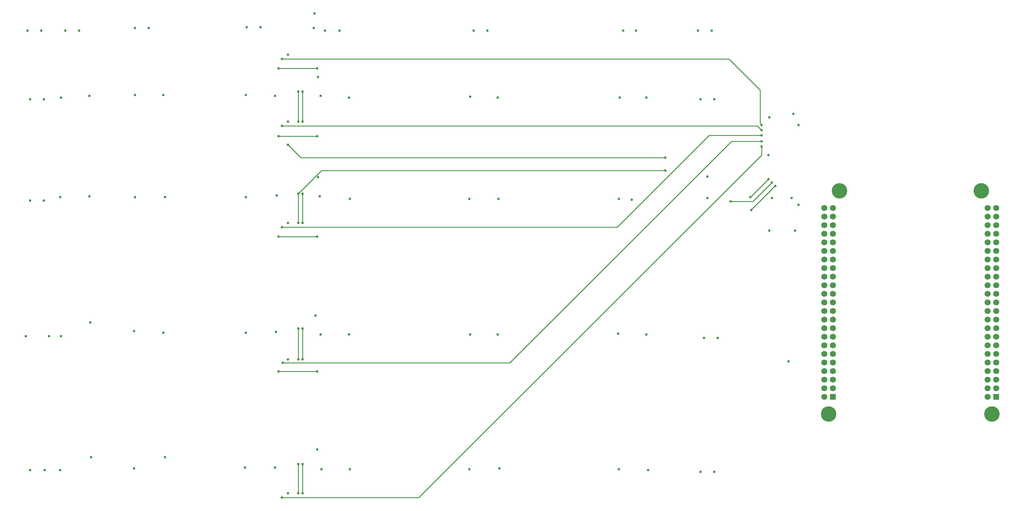
<source format=gbl>
G04 #@! TF.FileFunction,Copper,L4,Bot,Signal*
%FSLAX46Y46*%
G04 Gerber Fmt 4.6, Leading zero omitted, Abs format (unit mm)*
G04 Created by KiCad (PCBNEW no-vcs-found-product) date Seg 25 Abr 2016 23:01:13 BRT*
%MOMM*%
G01*
G04 APERTURE LIST*
%ADD10C,0.100000*%
%ADD11C,4.572000*%
%ADD12R,1.800000X1.800000*%
%ADD13C,1.800000*%
%ADD14C,0.762000*%
%ADD15C,0.254000*%
G04 APERTURE END LIST*
D10*
D11*
X343955000Y-104535000D03*
X347130000Y-170575000D03*
X298870000Y-170575000D03*
X302045000Y-104535000D03*
D12*
X348400000Y-165495000D03*
D13*
X345860000Y-165495000D03*
X348400000Y-162955000D03*
X345860000Y-162955000D03*
X348400000Y-160415000D03*
X345860000Y-160415000D03*
X348400000Y-157875000D03*
X345860000Y-157875000D03*
X348400000Y-155335000D03*
X345860000Y-155335000D03*
X348400000Y-152795000D03*
X345860000Y-152795000D03*
X348400000Y-150255000D03*
X345860000Y-150255000D03*
X348400000Y-147715000D03*
X345860000Y-147715000D03*
X348400000Y-145175000D03*
X345860000Y-145175000D03*
X348400000Y-142635000D03*
X345860000Y-142635000D03*
X348400000Y-140095000D03*
X345860000Y-140095000D03*
X348400000Y-137555000D03*
X345860000Y-137555000D03*
X348400000Y-135015000D03*
X345860000Y-135015000D03*
X348400000Y-132475000D03*
X345860000Y-132475000D03*
X348400000Y-129935000D03*
X345860000Y-129935000D03*
X348400000Y-127395000D03*
X345860000Y-127395000D03*
X348400000Y-124855000D03*
X345860000Y-124855000D03*
X348400000Y-122315000D03*
X345860000Y-122315000D03*
X348400000Y-119775000D03*
X345860000Y-119775000D03*
X348400000Y-117235000D03*
X345860000Y-117235000D03*
X348400000Y-114695000D03*
X345860000Y-114695000D03*
X348400000Y-112155000D03*
X345860000Y-112155000D03*
X348400000Y-109615000D03*
X345860000Y-109615000D03*
D12*
X300140000Y-165495000D03*
D13*
X297600000Y-165495000D03*
X300140000Y-162955000D03*
X297600000Y-162955000D03*
X300140000Y-160415000D03*
X297600000Y-160415000D03*
X300140000Y-157875000D03*
X297600000Y-157875000D03*
X300140000Y-155335000D03*
X297600000Y-155335000D03*
X300140000Y-152795000D03*
X297600000Y-152795000D03*
X300140000Y-150255000D03*
X297600000Y-150255000D03*
X300140000Y-147715000D03*
X297600000Y-147715000D03*
X300140000Y-145175000D03*
X297600000Y-145175000D03*
X300140000Y-142635000D03*
X297600000Y-142635000D03*
X300140000Y-140095000D03*
X297600000Y-140095000D03*
X300140000Y-137555000D03*
X297600000Y-137555000D03*
X300140000Y-135015000D03*
X297600000Y-135015000D03*
X300140000Y-132475000D03*
X297600000Y-132475000D03*
X300140000Y-129935000D03*
X297600000Y-129935000D03*
X300140000Y-127395000D03*
X297600000Y-127395000D03*
X300140000Y-124855000D03*
X297600000Y-124855000D03*
X300140000Y-122315000D03*
X297600000Y-122315000D03*
X300140000Y-119775000D03*
X297600000Y-119775000D03*
X300140000Y-117235000D03*
X297600000Y-117235000D03*
X300140000Y-114695000D03*
X297600000Y-114695000D03*
X300140000Y-112155000D03*
X297600000Y-112155000D03*
X300140000Y-109615000D03*
X297600000Y-109615000D03*
D14*
X287000000Y-155000000D03*
X281300000Y-82752000D03*
X289936000Y-85038000D03*
X288920000Y-116280000D03*
X287904000Y-106628000D03*
X260980000Y-187654000D03*
X236850000Y-186892000D03*
X192654000Y-186892000D03*
X148966000Y-186892000D03*
X126360000Y-186384000D03*
X93594000Y-186638000D03*
X71750000Y-187146000D03*
X62860000Y-187146000D03*
X261996000Y-148030000D03*
X236596000Y-146760000D03*
X192908000Y-147014000D03*
X148712000Y-147014000D03*
X126614000Y-146506000D03*
X93594000Y-145998000D03*
X72004000Y-147522000D03*
X61590000Y-147522000D03*
X263012000Y-106628000D03*
X236850000Y-106882000D03*
X192654000Y-106882000D03*
X148458000Y-106120000D03*
X126614000Y-106374000D03*
X93848000Y-106374000D03*
X71750000Y-106374000D03*
X62860000Y-107390000D03*
X260980000Y-77418000D03*
X237104000Y-76910000D03*
X192908000Y-76656000D03*
X148712000Y-76402000D03*
X126614000Y-76148000D03*
X93848000Y-76148000D03*
X72004000Y-76910000D03*
X62860000Y-77418000D03*
X146680000Y-56336000D03*
X260218000Y-57098000D03*
X238120000Y-57098000D03*
X193924000Y-57098000D03*
X149982000Y-57098000D03*
X126868000Y-56082000D03*
X93848000Y-56336000D03*
X73274000Y-57098000D03*
X62098000Y-57098000D03*
X147948981Y-100450981D03*
X288412000Y-81736000D03*
X281046000Y-93928000D03*
X281300000Y-116280000D03*
X289936000Y-108660000D03*
X282062000Y-106628000D03*
X139060000Y-194004000D03*
X147696000Y-181050000D03*
X265044000Y-187654000D03*
X245486000Y-187146000D03*
X201544000Y-186638000D03*
X157348000Y-186892000D03*
X135250000Y-186384000D03*
X102738000Y-183336000D03*
X80894000Y-183336000D03*
X67178000Y-187146000D03*
X139060000Y-154380000D03*
X147188000Y-141426000D03*
X266060000Y-148030000D03*
X244978000Y-147014000D03*
X201036000Y-147014000D03*
X157094000Y-147014000D03*
X135504000Y-146252000D03*
X102230000Y-146506000D03*
X80640000Y-143458000D03*
X68448000Y-147522000D03*
X139060000Y-113994000D03*
X263012000Y-100278000D03*
X240660000Y-107136000D03*
X201290000Y-106882000D03*
X157348000Y-106882000D03*
X135758000Y-105866000D03*
X102738000Y-106374000D03*
X80386000Y-106120000D03*
X66924000Y-107390000D03*
X147950000Y-70814000D03*
X139060000Y-84022000D03*
X265044000Y-77418000D03*
X244978000Y-76910000D03*
X201036000Y-76910000D03*
X157094000Y-76910000D03*
X135250000Y-76402000D03*
X102230000Y-76148000D03*
X80386000Y-76402000D03*
X66924000Y-77418000D03*
X146934000Y-52018000D03*
X139060000Y-64210000D03*
X264282000Y-57098000D03*
X241930000Y-57098000D03*
X197988000Y-57098000D03*
X154300000Y-57098000D03*
X130932000Y-56082000D03*
X97912000Y-56336000D03*
X77338000Y-57098006D03*
X66162000Y-57098000D03*
X136265996Y-68274000D03*
X147696000Y-68274000D03*
X136266000Y-88340000D03*
X147696000Y-88340000D03*
X136266000Y-118058000D03*
X147696000Y-118058000D03*
X136266000Y-157936000D03*
X147696000Y-157936000D03*
X279013996Y-85038000D03*
X137282000Y-65480004D03*
X279014000Y-86562000D03*
X137282000Y-85292000D03*
X279014000Y-88086000D03*
X137282000Y-115264000D03*
X279014000Y-89864000D03*
X137536000Y-155396000D03*
X279014000Y-91388004D03*
X137282000Y-195274000D03*
X275965998Y-110184000D03*
X283078000Y-103072000D03*
X250566000Y-94690000D03*
X139060000Y-90880000D03*
X250566000Y-98500000D03*
X269870000Y-107644008D03*
X282062000Y-102056000D03*
X142108000Y-194003990D03*
X142108000Y-185368000D03*
X142108000Y-154379976D03*
X142108000Y-145236004D03*
X142108000Y-113993962D03*
X142108000Y-105358000D03*
X142108000Y-84022000D03*
X142108000Y-75132000D03*
X281046000Y-101040000D03*
X275712000Y-106374000D03*
X143378000Y-194004000D03*
X143378000Y-185368000D03*
X143378000Y-154380000D03*
X143378000Y-145236000D03*
X143378000Y-113994000D03*
X143378000Y-105358000D03*
X143378000Y-84022000D03*
X143378000Y-75132000D03*
D15*
X147696000Y-68274000D02*
X136265996Y-68274000D01*
X147696000Y-88340000D02*
X136266000Y-88340000D01*
X147696000Y-118058000D02*
X136266000Y-118058000D01*
X147696000Y-157936000D02*
X136266000Y-157936000D01*
X137282000Y-65480004D02*
X269362004Y-65480004D01*
X269362004Y-65480004D02*
X278632997Y-74750997D01*
X278632997Y-74750997D02*
X278632997Y-84657001D01*
X278632997Y-84657001D02*
X279013996Y-85038000D01*
X278633001Y-86181001D02*
X279014000Y-86562000D01*
X277744000Y-85292000D02*
X278633001Y-86181001D01*
X137282000Y-85292000D02*
X277744000Y-85292000D01*
X137282000Y-115264000D02*
X236342000Y-115264000D01*
X236342000Y-115264000D02*
X263520000Y-88086000D01*
X263520000Y-88086000D02*
X278475185Y-88086000D01*
X278475185Y-88086000D02*
X279014000Y-88086000D01*
X137536000Y-155396000D02*
X204592000Y-155396000D01*
X204592000Y-155396000D02*
X270124000Y-89864000D01*
X270124000Y-89864000D02*
X279014000Y-89864000D01*
X137282000Y-195274000D02*
X177668000Y-195274000D01*
X177668000Y-195274000D02*
X279014000Y-93928000D01*
X279014000Y-93928000D02*
X279014000Y-91388004D01*
X276346997Y-109803001D02*
X275965998Y-110184000D01*
X282696999Y-103452999D02*
X276346997Y-109803001D01*
X283078000Y-103072000D02*
X282696999Y-103452999D01*
X139060000Y-90880000D02*
X142870000Y-94690000D01*
X142870000Y-94690000D02*
X250566000Y-94690000D01*
X250027185Y-98500000D02*
X250566000Y-98500000D01*
X148966000Y-98500000D02*
X250027185Y-98500000D01*
X142108000Y-105358000D02*
X148966000Y-98500000D01*
X270408815Y-107644008D02*
X269870000Y-107644008D01*
X282062000Y-102056000D02*
X276473992Y-107644008D01*
X276473992Y-107644008D02*
X270408815Y-107644008D01*
X142108000Y-185368000D02*
X142108000Y-194003990D01*
X142108000Y-145236004D02*
X142108000Y-154379976D01*
X142108000Y-105358000D02*
X142108000Y-113993962D01*
X142108000Y-75132000D02*
X142108000Y-84022000D01*
X275712000Y-106374000D02*
X281046000Y-101040000D01*
X143378000Y-185368000D02*
X143378000Y-194004000D01*
X143378000Y-145236000D02*
X143378000Y-154380000D01*
X143378000Y-105358000D02*
X143378000Y-113994000D01*
X143378000Y-75132000D02*
X143378000Y-84022000D01*
M02*

</source>
